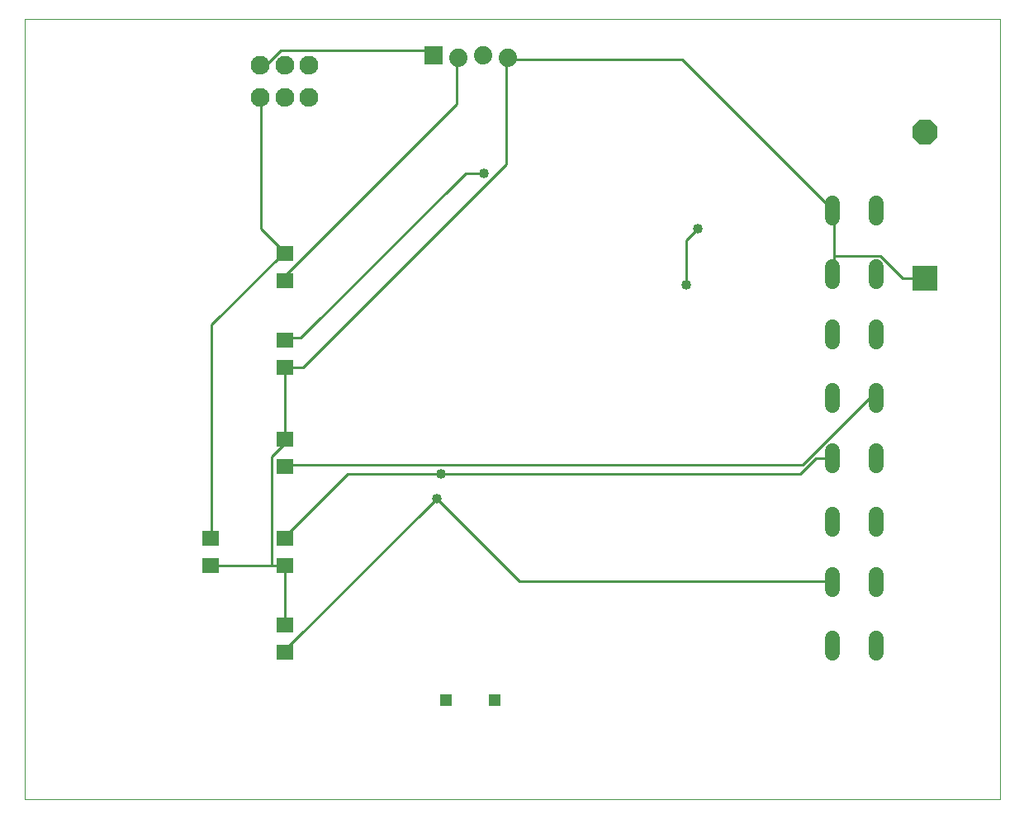
<source format=gbl>
G75*
%MOIN*%
%OFA0B0*%
%FSLAX25Y25*%
%IPPOS*%
%LPD*%
%AMOC8*
5,1,8,0,0,1.08239X$1,22.5*
%
%ADD10C,0.00000*%
%ADD11OC8,0.10000*%
%ADD12R,0.10000X0.10000*%
%ADD13R,0.07087X0.06299*%
%ADD14R,0.07400X0.07400*%
%ADD15C,0.07400*%
%ADD16R,0.07098X0.06299*%
%ADD17C,0.06000*%
%ADD18C,0.07600*%
%ADD19R,0.05150X0.05150*%
%ADD20C,0.01000*%
%ADD21C,0.04000*%
D10*
X0001000Y0001000D02*
X0001000Y0315961D01*
X0394701Y0315961D01*
X0394701Y0001000D01*
X0001000Y0001000D01*
D11*
X0364425Y0270528D03*
D12*
X0364425Y0211472D03*
D13*
X0106000Y0186512D03*
X0106000Y0175488D03*
X0106000Y0146512D03*
X0106000Y0135488D03*
X0106000Y0106512D03*
X0106000Y0095488D03*
X0076000Y0095488D03*
X0076000Y0106512D03*
X0106000Y0071512D03*
X0106000Y0060488D03*
D14*
X0166000Y0301500D03*
D15*
X0176000Y0300500D03*
X0186000Y0301500D03*
X0196000Y0300500D03*
D16*
X0106000Y0221598D03*
X0106000Y0210402D03*
D17*
X0327100Y0210200D02*
X0327100Y0216200D01*
X0344900Y0216200D02*
X0344900Y0210200D01*
X0344900Y0191800D02*
X0344900Y0185800D01*
X0327100Y0185800D02*
X0327100Y0191800D01*
X0327100Y0166200D02*
X0327100Y0160200D01*
X0344900Y0160200D02*
X0344900Y0166200D01*
X0344900Y0141800D02*
X0344900Y0135800D01*
X0327100Y0135800D02*
X0327100Y0141800D01*
X0327100Y0116200D02*
X0327100Y0110200D01*
X0344900Y0110200D02*
X0344900Y0116200D01*
X0344900Y0091800D02*
X0344900Y0085800D01*
X0327100Y0085800D02*
X0327100Y0091800D01*
X0327100Y0066200D02*
X0327100Y0060200D01*
X0344900Y0060200D02*
X0344900Y0066200D01*
X0344900Y0235800D02*
X0344900Y0241800D01*
X0327100Y0241800D02*
X0327100Y0235800D01*
D18*
X0115843Y0284504D03*
X0106000Y0284504D03*
X0096157Y0284504D03*
X0096157Y0297496D03*
X0106000Y0297496D03*
X0115843Y0297496D03*
D19*
X0171157Y0041000D03*
X0190843Y0041000D03*
D20*
X0200800Y0089200D02*
X0167500Y0122500D01*
X0106300Y0061300D01*
X0106000Y0060488D01*
X0106000Y0071512D02*
X0106300Y0072100D01*
X0106300Y0094600D01*
X0106000Y0095488D01*
X0105400Y0095500D01*
X0100900Y0095500D01*
X0100900Y0139600D01*
X0105400Y0144100D01*
X0105400Y0145900D01*
X0106000Y0146512D01*
X0106300Y0146800D01*
X0106300Y0174700D01*
X0106000Y0175488D01*
X0106300Y0175600D01*
X0113500Y0175600D01*
X0195400Y0257500D01*
X0195400Y0299800D01*
X0196000Y0300500D01*
X0196300Y0299800D01*
X0266500Y0299800D01*
X0326800Y0239500D01*
X0327100Y0238800D01*
X0327700Y0238600D01*
X0327700Y0220600D01*
X0346600Y0220600D01*
X0355600Y0211600D01*
X0363700Y0211600D01*
X0364425Y0211472D01*
X0327700Y0213400D02*
X0327100Y0213200D01*
X0327700Y0213400D02*
X0327700Y0220600D01*
X0272800Y0231400D02*
X0268300Y0226900D01*
X0268300Y0208900D01*
X0315100Y0136000D02*
X0342100Y0163000D01*
X0344800Y0163000D01*
X0344900Y0163200D01*
X0327100Y0138800D02*
X0326800Y0138700D01*
X0320500Y0138700D01*
X0314200Y0132400D01*
X0169300Y0132400D01*
X0131500Y0132400D01*
X0106300Y0107200D01*
X0106000Y0106512D01*
X0100900Y0095500D02*
X0076600Y0095500D01*
X0076000Y0095488D01*
X0076000Y0106512D02*
X0076600Y0107200D01*
X0076600Y0192700D01*
X0105400Y0221500D01*
X0106000Y0221598D01*
X0105400Y0222400D01*
X0096400Y0231400D01*
X0096400Y0284500D01*
X0096157Y0284504D01*
X0096157Y0297496D02*
X0096400Y0298000D01*
X0099100Y0298000D01*
X0104500Y0303400D01*
X0163900Y0303400D01*
X0165700Y0301600D01*
X0166000Y0301500D01*
X0175600Y0299800D02*
X0176000Y0300500D01*
X0175600Y0299800D02*
X0175600Y0281800D01*
X0106300Y0212500D01*
X0106300Y0210700D01*
X0106000Y0210402D01*
X0106300Y0187300D02*
X0106000Y0186512D01*
X0106300Y0187300D02*
X0112600Y0187300D01*
X0179200Y0253900D01*
X0186400Y0253900D01*
X0106300Y0136000D02*
X0106000Y0135488D01*
X0106300Y0136000D02*
X0315100Y0136000D01*
X0326800Y0089200D02*
X0327100Y0088800D01*
X0326800Y0089200D02*
X0200800Y0089200D01*
D21*
X0167500Y0122500D03*
X0169300Y0132400D03*
X0268300Y0208900D03*
X0272800Y0231400D03*
X0186400Y0253900D03*
M02*

</source>
